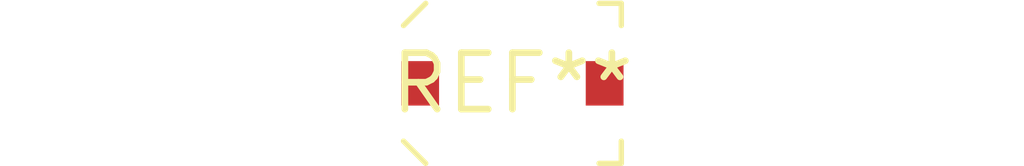
<source format=kicad_pcb>
(kicad_pcb (version 20240108) (generator pcbnew)
  (layers (0 "F.Cu" signal) (31 "B.Cu" signal) (34 "B.Paste" user) (35 "F.Paste" user) (36 "B.SilkS" user "B.Silkscreen") (37 "F.SilkS" user "F.Silkscreen") (38 "B.Mask" user) (39 "F.Mask" user) (44 "Edge.Cuts" user))
  (net 0 "")
  (footprint "C_Trimmer_Murata_TZC3" (layer "F.Cu") (at 0 0)
    (property "Reference" "REF**")
    (property "Value" "C_Trimmer_Murata_TZC3")
    (fp_line (start -2.45 -1.3) (end -1.95 -1.8) (layer "F.SilkS") (stroke (width 0.12)))
    (fp_line (start -2.45 1.3) (end -1.95 1.8) (layer "F.SilkS") (stroke (width 0.12)))
    (fp_line (start 2.45 -1.8) (end 1.95 -1.8) (layer "F.SilkS") (stroke (width 0.12)))
    (fp_line (start 2.45 -1.8) (end 2.45 -1.3) (layer "F.SilkS") (stroke (width 0.12)))
    (fp_line (start 2.45 1.8) (end 1.95 1.8) (layer "F.SilkS") (stroke (width 0.12)))
    (fp_line (start 2.45 1.8) (end 2.45 1.3) (layer "F.SilkS") (stroke (width 0.12)))
    (pad "1" smd rect (at -2.075 0) (size 0.85 1) (layers "F.Cu" "F.Paste" "F.Mask"))
    (pad "2" smd rect (at 2.075 0) (size 0.85 1) (layers "F.Cu" "F.Paste" "F.Mask"))
  )
)
</source>
